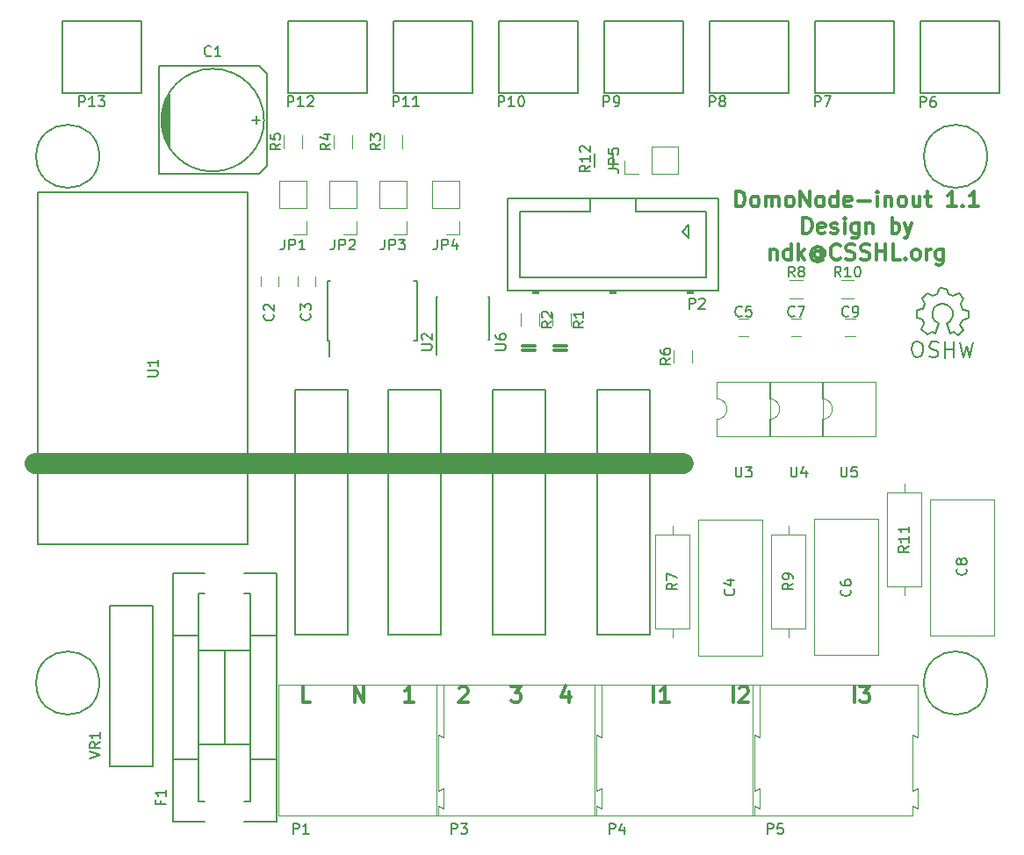
<source format=gto>
G04 #@! TF.FileFunction,Legend,Top*
%FSLAX46Y46*%
G04 Gerber Fmt 4.6, Leading zero omitted, Abs format (unit mm)*
G04 Created by KiCad (PCBNEW 4.0.5+dfsg1-4) date Tue Dec 12 22:09:06 2017*
%MOMM*%
%LPD*%
G01*
G04 APERTURE LIST*
%ADD10C,0.100000*%
%ADD11C,0.300000*%
%ADD12C,2.000000*%
%ADD13C,0.150000*%
%ADD14C,0.120000*%
G04 APERTURE END LIST*
D10*
D11*
X67119572Y-52470857D02*
X68262429Y-52470857D01*
X68262429Y-52899429D02*
X67119572Y-52899429D01*
X64071572Y-52470857D02*
X65214429Y-52470857D01*
X65214429Y-52899429D02*
X64071572Y-52899429D01*
X96008915Y-86835371D02*
X96008915Y-85335371D01*
X96580344Y-85335371D02*
X97508915Y-85335371D01*
X97008915Y-85906800D01*
X97223201Y-85906800D01*
X97366058Y-85978229D01*
X97437487Y-86049657D01*
X97508915Y-86192514D01*
X97508915Y-86549657D01*
X97437487Y-86692514D01*
X97366058Y-86763943D01*
X97223201Y-86835371D01*
X96794629Y-86835371D01*
X96651772Y-86763943D01*
X96580344Y-86692514D01*
X84324915Y-86835371D02*
X84324915Y-85335371D01*
X84967772Y-85478229D02*
X85039201Y-85406800D01*
X85182058Y-85335371D01*
X85539201Y-85335371D01*
X85682058Y-85406800D01*
X85753487Y-85478229D01*
X85824915Y-85621086D01*
X85824915Y-85763943D01*
X85753487Y-85978229D01*
X84896344Y-86835371D01*
X85824915Y-86835371D01*
X76654115Y-86784571D02*
X76654115Y-85284571D01*
X78154115Y-86784571D02*
X77296972Y-86784571D01*
X77725544Y-86784571D02*
X77725544Y-85284571D01*
X77582687Y-85498857D01*
X77439829Y-85641714D01*
X77296972Y-85713143D01*
D12*
X17018000Y-63754000D02*
X79500000Y-63754000D01*
D11*
X84623143Y-39022571D02*
X84623143Y-37522571D01*
X84980286Y-37522571D01*
X85194571Y-37594000D01*
X85337429Y-37736857D01*
X85408857Y-37879714D01*
X85480286Y-38165429D01*
X85480286Y-38379714D01*
X85408857Y-38665429D01*
X85337429Y-38808286D01*
X85194571Y-38951143D01*
X84980286Y-39022571D01*
X84623143Y-39022571D01*
X86337429Y-39022571D02*
X86194571Y-38951143D01*
X86123143Y-38879714D01*
X86051714Y-38736857D01*
X86051714Y-38308286D01*
X86123143Y-38165429D01*
X86194571Y-38094000D01*
X86337429Y-38022571D01*
X86551714Y-38022571D01*
X86694571Y-38094000D01*
X86766000Y-38165429D01*
X86837429Y-38308286D01*
X86837429Y-38736857D01*
X86766000Y-38879714D01*
X86694571Y-38951143D01*
X86551714Y-39022571D01*
X86337429Y-39022571D01*
X87480286Y-39022571D02*
X87480286Y-38022571D01*
X87480286Y-38165429D02*
X87551714Y-38094000D01*
X87694572Y-38022571D01*
X87908857Y-38022571D01*
X88051714Y-38094000D01*
X88123143Y-38236857D01*
X88123143Y-39022571D01*
X88123143Y-38236857D02*
X88194572Y-38094000D01*
X88337429Y-38022571D01*
X88551714Y-38022571D01*
X88694572Y-38094000D01*
X88766000Y-38236857D01*
X88766000Y-39022571D01*
X89694572Y-39022571D02*
X89551714Y-38951143D01*
X89480286Y-38879714D01*
X89408857Y-38736857D01*
X89408857Y-38308286D01*
X89480286Y-38165429D01*
X89551714Y-38094000D01*
X89694572Y-38022571D01*
X89908857Y-38022571D01*
X90051714Y-38094000D01*
X90123143Y-38165429D01*
X90194572Y-38308286D01*
X90194572Y-38736857D01*
X90123143Y-38879714D01*
X90051714Y-38951143D01*
X89908857Y-39022571D01*
X89694572Y-39022571D01*
X90837429Y-39022571D02*
X90837429Y-37522571D01*
X91694572Y-39022571D01*
X91694572Y-37522571D01*
X92623144Y-39022571D02*
X92480286Y-38951143D01*
X92408858Y-38879714D01*
X92337429Y-38736857D01*
X92337429Y-38308286D01*
X92408858Y-38165429D01*
X92480286Y-38094000D01*
X92623144Y-38022571D01*
X92837429Y-38022571D01*
X92980286Y-38094000D01*
X93051715Y-38165429D01*
X93123144Y-38308286D01*
X93123144Y-38736857D01*
X93051715Y-38879714D01*
X92980286Y-38951143D01*
X92837429Y-39022571D01*
X92623144Y-39022571D01*
X94408858Y-39022571D02*
X94408858Y-37522571D01*
X94408858Y-38951143D02*
X94266001Y-39022571D01*
X93980287Y-39022571D01*
X93837429Y-38951143D01*
X93766001Y-38879714D01*
X93694572Y-38736857D01*
X93694572Y-38308286D01*
X93766001Y-38165429D01*
X93837429Y-38094000D01*
X93980287Y-38022571D01*
X94266001Y-38022571D01*
X94408858Y-38094000D01*
X95694572Y-38951143D02*
X95551715Y-39022571D01*
X95266001Y-39022571D01*
X95123144Y-38951143D01*
X95051715Y-38808286D01*
X95051715Y-38236857D01*
X95123144Y-38094000D01*
X95266001Y-38022571D01*
X95551715Y-38022571D01*
X95694572Y-38094000D01*
X95766001Y-38236857D01*
X95766001Y-38379714D01*
X95051715Y-38522571D01*
X96408858Y-38451143D02*
X97551715Y-38451143D01*
X98266001Y-39022571D02*
X98266001Y-38022571D01*
X98266001Y-37522571D02*
X98194572Y-37594000D01*
X98266001Y-37665429D01*
X98337429Y-37594000D01*
X98266001Y-37522571D01*
X98266001Y-37665429D01*
X98980287Y-38022571D02*
X98980287Y-39022571D01*
X98980287Y-38165429D02*
X99051715Y-38094000D01*
X99194573Y-38022571D01*
X99408858Y-38022571D01*
X99551715Y-38094000D01*
X99623144Y-38236857D01*
X99623144Y-39022571D01*
X100551716Y-39022571D02*
X100408858Y-38951143D01*
X100337430Y-38879714D01*
X100266001Y-38736857D01*
X100266001Y-38308286D01*
X100337430Y-38165429D01*
X100408858Y-38094000D01*
X100551716Y-38022571D01*
X100766001Y-38022571D01*
X100908858Y-38094000D01*
X100980287Y-38165429D01*
X101051716Y-38308286D01*
X101051716Y-38736857D01*
X100980287Y-38879714D01*
X100908858Y-38951143D01*
X100766001Y-39022571D01*
X100551716Y-39022571D01*
X102337430Y-38022571D02*
X102337430Y-39022571D01*
X101694573Y-38022571D02*
X101694573Y-38808286D01*
X101766001Y-38951143D01*
X101908859Y-39022571D01*
X102123144Y-39022571D01*
X102266001Y-38951143D01*
X102337430Y-38879714D01*
X102837430Y-38022571D02*
X103408859Y-38022571D01*
X103051716Y-37522571D02*
X103051716Y-38808286D01*
X103123144Y-38951143D01*
X103266002Y-39022571D01*
X103408859Y-39022571D01*
X105837430Y-39022571D02*
X104980287Y-39022571D01*
X105408859Y-39022571D02*
X105408859Y-37522571D01*
X105266002Y-37736857D01*
X105123144Y-37879714D01*
X104980287Y-37951143D01*
X106480287Y-38879714D02*
X106551715Y-38951143D01*
X106480287Y-39022571D01*
X106408858Y-38951143D01*
X106480287Y-38879714D01*
X106480287Y-39022571D01*
X107980287Y-39022571D02*
X107123144Y-39022571D01*
X107551716Y-39022571D02*
X107551716Y-37522571D01*
X107408859Y-37736857D01*
X107266001Y-37879714D01*
X107123144Y-37951143D01*
X91087429Y-41572571D02*
X91087429Y-40072571D01*
X91444572Y-40072571D01*
X91658857Y-40144000D01*
X91801715Y-40286857D01*
X91873143Y-40429714D01*
X91944572Y-40715429D01*
X91944572Y-40929714D01*
X91873143Y-41215429D01*
X91801715Y-41358286D01*
X91658857Y-41501143D01*
X91444572Y-41572571D01*
X91087429Y-41572571D01*
X93158857Y-41501143D02*
X93016000Y-41572571D01*
X92730286Y-41572571D01*
X92587429Y-41501143D01*
X92516000Y-41358286D01*
X92516000Y-40786857D01*
X92587429Y-40644000D01*
X92730286Y-40572571D01*
X93016000Y-40572571D01*
X93158857Y-40644000D01*
X93230286Y-40786857D01*
X93230286Y-40929714D01*
X92516000Y-41072571D01*
X93801714Y-41501143D02*
X93944571Y-41572571D01*
X94230286Y-41572571D01*
X94373143Y-41501143D01*
X94444571Y-41358286D01*
X94444571Y-41286857D01*
X94373143Y-41144000D01*
X94230286Y-41072571D01*
X94016000Y-41072571D01*
X93873143Y-41001143D01*
X93801714Y-40858286D01*
X93801714Y-40786857D01*
X93873143Y-40644000D01*
X94016000Y-40572571D01*
X94230286Y-40572571D01*
X94373143Y-40644000D01*
X95087429Y-41572571D02*
X95087429Y-40572571D01*
X95087429Y-40072571D02*
X95016000Y-40144000D01*
X95087429Y-40215429D01*
X95158857Y-40144000D01*
X95087429Y-40072571D01*
X95087429Y-40215429D01*
X96444572Y-40572571D02*
X96444572Y-41786857D01*
X96373143Y-41929714D01*
X96301715Y-42001143D01*
X96158858Y-42072571D01*
X95944572Y-42072571D01*
X95801715Y-42001143D01*
X96444572Y-41501143D02*
X96301715Y-41572571D01*
X96016001Y-41572571D01*
X95873143Y-41501143D01*
X95801715Y-41429714D01*
X95730286Y-41286857D01*
X95730286Y-40858286D01*
X95801715Y-40715429D01*
X95873143Y-40644000D01*
X96016001Y-40572571D01*
X96301715Y-40572571D01*
X96444572Y-40644000D01*
X97158858Y-40572571D02*
X97158858Y-41572571D01*
X97158858Y-40715429D02*
X97230286Y-40644000D01*
X97373144Y-40572571D01*
X97587429Y-40572571D01*
X97730286Y-40644000D01*
X97801715Y-40786857D01*
X97801715Y-41572571D01*
X99658858Y-41572571D02*
X99658858Y-40072571D01*
X99658858Y-40644000D02*
X99801715Y-40572571D01*
X100087429Y-40572571D01*
X100230286Y-40644000D01*
X100301715Y-40715429D01*
X100373144Y-40858286D01*
X100373144Y-41286857D01*
X100301715Y-41429714D01*
X100230286Y-41501143D01*
X100087429Y-41572571D01*
X99801715Y-41572571D01*
X99658858Y-41501143D01*
X100873144Y-40572571D02*
X101230287Y-41572571D01*
X101587429Y-40572571D02*
X101230287Y-41572571D01*
X101087429Y-41929714D01*
X101016001Y-42001143D01*
X100873144Y-42072571D01*
X87944572Y-43122571D02*
X87944572Y-44122571D01*
X87944572Y-43265429D02*
X88016000Y-43194000D01*
X88158858Y-43122571D01*
X88373143Y-43122571D01*
X88516000Y-43194000D01*
X88587429Y-43336857D01*
X88587429Y-44122571D01*
X89944572Y-44122571D02*
X89944572Y-42622571D01*
X89944572Y-44051143D02*
X89801715Y-44122571D01*
X89516001Y-44122571D01*
X89373143Y-44051143D01*
X89301715Y-43979714D01*
X89230286Y-43836857D01*
X89230286Y-43408286D01*
X89301715Y-43265429D01*
X89373143Y-43194000D01*
X89516001Y-43122571D01*
X89801715Y-43122571D01*
X89944572Y-43194000D01*
X90658858Y-44122571D02*
X90658858Y-42622571D01*
X90801715Y-43551143D02*
X91230286Y-44122571D01*
X91230286Y-43122571D02*
X90658858Y-43694000D01*
X92801715Y-43408286D02*
X92730287Y-43336857D01*
X92587430Y-43265429D01*
X92444572Y-43265429D01*
X92301715Y-43336857D01*
X92230287Y-43408286D01*
X92158858Y-43551143D01*
X92158858Y-43694000D01*
X92230287Y-43836857D01*
X92301715Y-43908286D01*
X92444572Y-43979714D01*
X92587430Y-43979714D01*
X92730287Y-43908286D01*
X92801715Y-43836857D01*
X92801715Y-43265429D02*
X92801715Y-43836857D01*
X92873144Y-43908286D01*
X92944572Y-43908286D01*
X93087430Y-43836857D01*
X93158858Y-43694000D01*
X93158858Y-43336857D01*
X93016001Y-43122571D01*
X92801715Y-42979714D01*
X92516001Y-42908286D01*
X92230287Y-42979714D01*
X92016001Y-43122571D01*
X91873144Y-43336857D01*
X91801715Y-43622571D01*
X91873144Y-43908286D01*
X92016001Y-44122571D01*
X92230287Y-44265429D01*
X92516001Y-44336857D01*
X92801715Y-44265429D01*
X93016001Y-44122571D01*
X94658858Y-43979714D02*
X94587429Y-44051143D01*
X94373143Y-44122571D01*
X94230286Y-44122571D01*
X94016001Y-44051143D01*
X93873143Y-43908286D01*
X93801715Y-43765429D01*
X93730286Y-43479714D01*
X93730286Y-43265429D01*
X93801715Y-42979714D01*
X93873143Y-42836857D01*
X94016001Y-42694000D01*
X94230286Y-42622571D01*
X94373143Y-42622571D01*
X94587429Y-42694000D01*
X94658858Y-42765429D01*
X95230286Y-44051143D02*
X95444572Y-44122571D01*
X95801715Y-44122571D01*
X95944572Y-44051143D01*
X96016001Y-43979714D01*
X96087429Y-43836857D01*
X96087429Y-43694000D01*
X96016001Y-43551143D01*
X95944572Y-43479714D01*
X95801715Y-43408286D01*
X95516001Y-43336857D01*
X95373143Y-43265429D01*
X95301715Y-43194000D01*
X95230286Y-43051143D01*
X95230286Y-42908286D01*
X95301715Y-42765429D01*
X95373143Y-42694000D01*
X95516001Y-42622571D01*
X95873143Y-42622571D01*
X96087429Y-42694000D01*
X96658857Y-44051143D02*
X96873143Y-44122571D01*
X97230286Y-44122571D01*
X97373143Y-44051143D01*
X97444572Y-43979714D01*
X97516000Y-43836857D01*
X97516000Y-43694000D01*
X97444572Y-43551143D01*
X97373143Y-43479714D01*
X97230286Y-43408286D01*
X96944572Y-43336857D01*
X96801714Y-43265429D01*
X96730286Y-43194000D01*
X96658857Y-43051143D01*
X96658857Y-42908286D01*
X96730286Y-42765429D01*
X96801714Y-42694000D01*
X96944572Y-42622571D01*
X97301714Y-42622571D01*
X97516000Y-42694000D01*
X98158857Y-44122571D02*
X98158857Y-42622571D01*
X98158857Y-43336857D02*
X99016000Y-43336857D01*
X99016000Y-44122571D02*
X99016000Y-42622571D01*
X100444572Y-44122571D02*
X99730286Y-44122571D01*
X99730286Y-42622571D01*
X100944572Y-43979714D02*
X101016000Y-44051143D01*
X100944572Y-44122571D01*
X100873143Y-44051143D01*
X100944572Y-43979714D01*
X100944572Y-44122571D01*
X101873144Y-44122571D02*
X101730286Y-44051143D01*
X101658858Y-43979714D01*
X101587429Y-43836857D01*
X101587429Y-43408286D01*
X101658858Y-43265429D01*
X101730286Y-43194000D01*
X101873144Y-43122571D01*
X102087429Y-43122571D01*
X102230286Y-43194000D01*
X102301715Y-43265429D01*
X102373144Y-43408286D01*
X102373144Y-43836857D01*
X102301715Y-43979714D01*
X102230286Y-44051143D01*
X102087429Y-44122571D01*
X101873144Y-44122571D01*
X103016001Y-44122571D02*
X103016001Y-43122571D01*
X103016001Y-43408286D02*
X103087429Y-43265429D01*
X103158858Y-43194000D01*
X103301715Y-43122571D01*
X103444572Y-43122571D01*
X104587429Y-43122571D02*
X104587429Y-44336857D01*
X104516000Y-44479714D01*
X104444572Y-44551143D01*
X104301715Y-44622571D01*
X104087429Y-44622571D01*
X103944572Y-44551143D01*
X104587429Y-44051143D02*
X104444572Y-44122571D01*
X104158858Y-44122571D01*
X104016000Y-44051143D01*
X103944572Y-43979714D01*
X103873143Y-43836857D01*
X103873143Y-43408286D01*
X103944572Y-43265429D01*
X104016000Y-43194000D01*
X104158858Y-43122571D01*
X104444572Y-43122571D01*
X104587429Y-43194000D01*
X53565372Y-86784571D02*
X52708229Y-86784571D01*
X53136801Y-86784571D02*
X53136801Y-85284571D01*
X52993944Y-85498857D01*
X52851086Y-85641714D01*
X52708229Y-85713143D01*
X57940629Y-85478229D02*
X58012058Y-85406800D01*
X58154915Y-85335371D01*
X58512058Y-85335371D01*
X58654915Y-85406800D01*
X58726344Y-85478229D01*
X58797772Y-85621086D01*
X58797772Y-85763943D01*
X58726344Y-85978229D01*
X57869201Y-86835371D01*
X58797772Y-86835371D01*
X62949201Y-85284571D02*
X63877772Y-85284571D01*
X63377772Y-85856000D01*
X63592058Y-85856000D01*
X63734915Y-85927429D01*
X63806344Y-85998857D01*
X63877772Y-86141714D01*
X63877772Y-86498857D01*
X63806344Y-86641714D01*
X63734915Y-86713143D01*
X63592058Y-86784571D01*
X63163486Y-86784571D01*
X63020629Y-86713143D01*
X62949201Y-86641714D01*
X68510115Y-85784571D02*
X68510115Y-86784571D01*
X68152972Y-85213143D02*
X67795829Y-86284571D01*
X68724401Y-86284571D01*
X43593486Y-86784571D02*
X42879200Y-86784571D01*
X42879200Y-85284571D01*
X47831429Y-86835371D02*
X47831429Y-85335371D01*
X48688572Y-86835371D01*
X48688572Y-85335371D01*
D13*
X17332000Y-71610000D02*
X37532000Y-71610000D01*
X17332000Y-37610000D02*
X17332000Y-71610000D01*
X17532000Y-37610000D02*
X17332000Y-37610000D01*
X37532000Y-37610000D02*
X17532000Y-37610000D01*
X37532000Y-71610000D02*
X37532000Y-37610000D01*
X71882000Y-28067000D02*
X79502000Y-28067000D01*
X79502000Y-28067000D02*
X79502000Y-21082000D01*
X79502000Y-21082000D02*
X71882000Y-21082000D01*
X71882000Y-21082000D02*
X71882000Y-28067000D01*
X19685000Y-28067000D02*
X27305000Y-28067000D01*
X27305000Y-28067000D02*
X27305000Y-21082000D01*
X27305000Y-21082000D02*
X19685000Y-21082000D01*
X19685000Y-21082000D02*
X19685000Y-28067000D01*
X82921000Y-38202000D02*
X82921000Y-47142000D01*
X82921000Y-47142000D02*
X62621000Y-47142000D01*
X62621000Y-47142000D02*
X62621000Y-38202000D01*
X62621000Y-38202000D02*
X82921000Y-38202000D01*
X74996000Y-38202000D02*
X74996000Y-39502000D01*
X74996000Y-39502000D02*
X81721000Y-39502000D01*
X81721000Y-39502000D02*
X81721000Y-45842000D01*
X81721000Y-45842000D02*
X63821000Y-45842000D01*
X63821000Y-45842000D02*
X63821000Y-39502000D01*
X63821000Y-39502000D02*
X70546000Y-39502000D01*
X70546000Y-39502000D02*
X70546000Y-38202000D01*
X73021000Y-47142000D02*
X73021000Y-47342000D01*
X73021000Y-47342000D02*
X72521000Y-47342000D01*
X72521000Y-47342000D02*
X72521000Y-47142000D01*
X73021000Y-47242000D02*
X72521000Y-47242000D01*
X65541000Y-47142000D02*
X65541000Y-47342000D01*
X65541000Y-47342000D02*
X65041000Y-47342000D01*
X65041000Y-47342000D02*
X65041000Y-47142000D01*
X65541000Y-47242000D02*
X65041000Y-47242000D01*
X80501000Y-47142000D02*
X80501000Y-47342000D01*
X80501000Y-47342000D02*
X80001000Y-47342000D01*
X80001000Y-47342000D02*
X80001000Y-47142000D01*
X80501000Y-47242000D02*
X80001000Y-47242000D01*
X80051000Y-40802000D02*
X80051000Y-42002000D01*
X80051000Y-42002000D02*
X79451000Y-41402000D01*
X79451000Y-41402000D02*
X80051000Y-40802000D01*
X32806640Y-92359480D02*
X30304740Y-92359480D01*
X40307260Y-92359480D02*
X37805360Y-92359480D01*
X40307260Y-80360520D02*
X37805360Y-80360520D01*
X30304740Y-80360520D02*
X32806640Y-80360520D01*
X35306000Y-90860880D02*
X35306000Y-81859120D01*
X32806640Y-90860880D02*
X37805360Y-90860880D01*
X32806640Y-81859120D02*
X37805360Y-81859120D01*
X33406080Y-76360020D02*
X32806640Y-76360020D01*
X37205920Y-96359980D02*
X37805360Y-96359980D01*
X37805360Y-96359980D02*
X37805360Y-76360020D01*
X37805360Y-76360020D02*
X37205920Y-76360020D01*
X32806640Y-76360020D02*
X32806640Y-96359980D01*
X32806640Y-96359980D02*
X33406080Y-96359980D01*
X33406080Y-74361040D02*
X30304740Y-74361040D01*
X37205920Y-98358960D02*
X40307260Y-98358960D01*
X40307260Y-98358960D02*
X40307260Y-74361040D01*
X40307260Y-74361040D02*
X37205920Y-74361040D01*
X30304740Y-74361040D02*
X30304740Y-98358960D01*
X30304740Y-98358960D02*
X33406080Y-98358960D01*
X24228000Y-77534000D02*
X24228000Y-93034000D01*
X28428000Y-77534000D02*
X28428000Y-93034000D01*
X28428000Y-93034000D02*
X24228000Y-93034000D01*
X28428000Y-77534000D02*
X24228000Y-77534000D01*
X29337000Y-31686500D02*
X29337000Y-29654500D01*
X29464000Y-29273500D02*
X29464000Y-32194500D01*
X29591000Y-32448500D02*
X29591000Y-28892500D01*
X29718000Y-28511500D02*
X29718000Y-32829500D01*
X29845000Y-33083500D02*
X29845000Y-28257500D01*
X29972000Y-28130500D02*
X29972000Y-33210500D01*
X28956000Y-25463500D02*
X28956000Y-35877500D01*
X28956000Y-35877500D02*
X38608000Y-35877500D01*
X38608000Y-35877500D02*
X39370000Y-35115500D01*
X39370000Y-35115500D02*
X39370000Y-26225500D01*
X39370000Y-26225500D02*
X38608000Y-25463500D01*
X38608000Y-25463500D02*
X28956000Y-25463500D01*
X38735000Y-30670500D02*
X37973000Y-30670500D01*
X38354000Y-30289500D02*
X38354000Y-31051500D01*
X39116000Y-30670500D02*
G75*
G03X39116000Y-30670500I-4953000J0D01*
G01*
D14*
X40474000Y-46728000D02*
X40474000Y-45728000D01*
X38774000Y-45728000D02*
X38774000Y-46728000D01*
X44030000Y-46728000D02*
X44030000Y-45728000D01*
X42330000Y-45728000D02*
X42330000Y-46728000D01*
X68698000Y-49311000D02*
X68698000Y-50511000D01*
X66938000Y-50511000D02*
X66938000Y-49311000D01*
X65650000Y-49311000D02*
X65650000Y-50511000D01*
X63890000Y-50511000D02*
X63890000Y-49311000D01*
X52442000Y-32166000D02*
X52442000Y-33366000D01*
X50682000Y-33366000D02*
X50682000Y-32166000D01*
X47616000Y-32166000D02*
X47616000Y-33366000D01*
X45856000Y-33366000D02*
X45856000Y-32166000D01*
X42790000Y-32166000D02*
X42790000Y-33366000D01*
X41030000Y-33366000D02*
X41030000Y-32166000D01*
D13*
X45205000Y-51897000D02*
X45430000Y-51897000D01*
X45205000Y-46147000D02*
X45505000Y-46147000D01*
X53855000Y-46147000D02*
X53555000Y-46147000D01*
X53855000Y-51897000D02*
X53555000Y-51897000D01*
X45205000Y-51897000D02*
X45205000Y-46147000D01*
X53855000Y-51897000D02*
X53855000Y-46147000D01*
X45430000Y-51897000D02*
X45430000Y-53497000D01*
D14*
X85844000Y-49823000D02*
X84844000Y-49823000D01*
X84844000Y-51523000D02*
X85844000Y-51523000D01*
X90924000Y-49823000D02*
X89924000Y-49823000D01*
X89924000Y-51523000D02*
X90924000Y-51523000D01*
X96131000Y-49823000D02*
X95131000Y-49823000D01*
X95131000Y-51523000D02*
X96131000Y-51523000D01*
X80382000Y-52867000D02*
X80382000Y-54067000D01*
X78622000Y-54067000D02*
X78622000Y-52867000D01*
X80146000Y-70624000D02*
X76826000Y-70624000D01*
X76826000Y-70624000D02*
X76826000Y-79744000D01*
X76826000Y-79744000D02*
X80146000Y-79744000D01*
X80146000Y-79744000D02*
X80146000Y-70624000D01*
X78486000Y-69814000D02*
X78486000Y-70624000D01*
X78486000Y-80554000D02*
X78486000Y-79744000D01*
X89824000Y-46110000D02*
X91024000Y-46110000D01*
X91024000Y-47870000D02*
X89824000Y-47870000D01*
X91322000Y-70624000D02*
X88002000Y-70624000D01*
X88002000Y-70624000D02*
X88002000Y-79744000D01*
X88002000Y-79744000D02*
X91322000Y-79744000D01*
X91322000Y-79744000D02*
X91322000Y-70624000D01*
X89662000Y-69814000D02*
X89662000Y-70624000D01*
X89662000Y-80554000D02*
X89662000Y-79744000D01*
X95977000Y-47870000D02*
X94777000Y-47870000D01*
X94777000Y-46110000D02*
X95977000Y-46110000D01*
X102498000Y-66560000D02*
X99178000Y-66560000D01*
X99178000Y-66560000D02*
X99178000Y-75680000D01*
X99178000Y-75680000D02*
X102498000Y-75680000D01*
X102498000Y-75680000D02*
X102498000Y-66560000D01*
X100838000Y-65750000D02*
X100838000Y-66560000D01*
X100838000Y-76490000D02*
X100838000Y-75680000D01*
X82744000Y-57547000D02*
G75*
G02X82744000Y-59547000I0J-1000000D01*
G01*
X82744000Y-59547000D02*
X82744000Y-61197000D01*
X82744000Y-61197000D02*
X87944000Y-61197000D01*
X87944000Y-61197000D02*
X87944000Y-55897000D01*
X87944000Y-55897000D02*
X82744000Y-55897000D01*
X82744000Y-55897000D02*
X82744000Y-57547000D01*
X87824000Y-57547000D02*
G75*
G02X87824000Y-59547000I0J-1000000D01*
G01*
X87824000Y-59547000D02*
X87824000Y-61197000D01*
X87824000Y-61197000D02*
X93024000Y-61197000D01*
X93024000Y-61197000D02*
X93024000Y-55897000D01*
X93024000Y-55897000D02*
X87824000Y-55897000D01*
X87824000Y-55897000D02*
X87824000Y-57547000D01*
X92904000Y-57547000D02*
G75*
G02X92904000Y-59547000I0J-1000000D01*
G01*
X92904000Y-59547000D02*
X92904000Y-61197000D01*
X92904000Y-61197000D02*
X98104000Y-61197000D01*
X98104000Y-61197000D02*
X98104000Y-55897000D01*
X98104000Y-55897000D02*
X92904000Y-55897000D01*
X92904000Y-55897000D02*
X92904000Y-57547000D01*
D13*
X102362000Y-28067000D02*
X109982000Y-28067000D01*
X109982000Y-28067000D02*
X109982000Y-21082000D01*
X109982000Y-21082000D02*
X102362000Y-21082000D01*
X102362000Y-21082000D02*
X102362000Y-28067000D01*
X92202000Y-28067000D02*
X99822000Y-28067000D01*
X99822000Y-28067000D02*
X99822000Y-21082000D01*
X99822000Y-21082000D02*
X92202000Y-21082000D01*
X92202000Y-21082000D02*
X92202000Y-28067000D01*
X82042000Y-28067000D02*
X89662000Y-28067000D01*
X89662000Y-28067000D02*
X89662000Y-21082000D01*
X89662000Y-21082000D02*
X82042000Y-21082000D01*
X82042000Y-21082000D02*
X82042000Y-28067000D01*
X61722000Y-28067000D02*
X69342000Y-28067000D01*
X69342000Y-28067000D02*
X69342000Y-21082000D01*
X69342000Y-21082000D02*
X61722000Y-21082000D01*
X61722000Y-21082000D02*
X61722000Y-28067000D01*
X51562000Y-28067000D02*
X59182000Y-28067000D01*
X59182000Y-28067000D02*
X59182000Y-21082000D01*
X59182000Y-21082000D02*
X51562000Y-21082000D01*
X51562000Y-21082000D02*
X51562000Y-28067000D01*
X41402000Y-28067000D02*
X49022000Y-28067000D01*
X49022000Y-28067000D02*
X49022000Y-21082000D01*
X49022000Y-21082000D02*
X41402000Y-21082000D01*
X41402000Y-21082000D02*
X41402000Y-28067000D01*
D14*
X43240000Y-36516000D02*
X40580000Y-36516000D01*
X43240000Y-39116000D02*
X43240000Y-36516000D01*
X40580000Y-39116000D02*
X40580000Y-36516000D01*
X43240000Y-39116000D02*
X40580000Y-39116000D01*
X43240000Y-40386000D02*
X43240000Y-41716000D01*
X43240000Y-41716000D02*
X41910000Y-41716000D01*
X48066000Y-36516000D02*
X45406000Y-36516000D01*
X48066000Y-39116000D02*
X48066000Y-36516000D01*
X45406000Y-39116000D02*
X45406000Y-36516000D01*
X48066000Y-39116000D02*
X45406000Y-39116000D01*
X48066000Y-40386000D02*
X48066000Y-41716000D01*
X48066000Y-41716000D02*
X46736000Y-41716000D01*
X52892000Y-36516000D02*
X50232000Y-36516000D01*
X52892000Y-39116000D02*
X52892000Y-36516000D01*
X50232000Y-39116000D02*
X50232000Y-36516000D01*
X52892000Y-39116000D02*
X50232000Y-39116000D01*
X52892000Y-40386000D02*
X52892000Y-41716000D01*
X52892000Y-41716000D02*
X51562000Y-41716000D01*
X57972000Y-36516000D02*
X55312000Y-36516000D01*
X57972000Y-39116000D02*
X57972000Y-36516000D01*
X55312000Y-39116000D02*
X55312000Y-36516000D01*
X57972000Y-39116000D02*
X55312000Y-39116000D01*
X57972000Y-40386000D02*
X57972000Y-41716000D01*
X57972000Y-41716000D02*
X56642000Y-41716000D01*
D13*
X55718000Y-51859000D02*
X55768000Y-51859000D01*
X55718000Y-47709000D02*
X55863000Y-47709000D01*
X60868000Y-47709000D02*
X60723000Y-47709000D01*
X60868000Y-51859000D02*
X60723000Y-51859000D01*
X55718000Y-51859000D02*
X55718000Y-47709000D01*
X60868000Y-51859000D02*
X60868000Y-47709000D01*
X55768000Y-51859000D02*
X55768000Y-53259000D01*
X71221600Y-56642000D02*
X71221600Y-57150000D01*
X76301600Y-56642000D02*
X76301600Y-57150000D01*
X71221600Y-80010000D02*
X71221600Y-80264000D01*
X76301600Y-80010000D02*
X76301600Y-80264000D01*
X76301600Y-57150000D02*
X76301600Y-80010000D01*
X76301600Y-80264000D02*
X71221600Y-80264000D01*
X71221600Y-80010000D02*
X71221600Y-57150000D01*
X71221600Y-56642000D02*
X76301600Y-56642000D01*
X51104800Y-56642000D02*
X51104800Y-57150000D01*
X56184800Y-56642000D02*
X56184800Y-57150000D01*
X51104800Y-80010000D02*
X51104800Y-80264000D01*
X56184800Y-80010000D02*
X56184800Y-80264000D01*
X56184800Y-57150000D02*
X56184800Y-80010000D01*
X56184800Y-80264000D02*
X51104800Y-80264000D01*
X51104800Y-80010000D02*
X51104800Y-57150000D01*
X51104800Y-56642000D02*
X56184800Y-56642000D01*
X42113200Y-56642000D02*
X42113200Y-57150000D01*
X47193200Y-56642000D02*
X47193200Y-57150000D01*
X42113200Y-80010000D02*
X42113200Y-80264000D01*
X47193200Y-80010000D02*
X47193200Y-80264000D01*
X47193200Y-57150000D02*
X47193200Y-80010000D01*
X47193200Y-80264000D02*
X42113200Y-80264000D01*
X42113200Y-80010000D02*
X42113200Y-57150000D01*
X42113200Y-56642000D02*
X47193200Y-56642000D01*
X61163200Y-56642000D02*
X61163200Y-57150000D01*
X66243200Y-56642000D02*
X66243200Y-57150000D01*
X61163200Y-80010000D02*
X61163200Y-80264000D01*
X66243200Y-80010000D02*
X66243200Y-80264000D01*
X66243200Y-57150000D02*
X66243200Y-80010000D01*
X66243200Y-80264000D02*
X61163200Y-80264000D01*
X61163200Y-80010000D02*
X61163200Y-57150000D01*
X61163200Y-56642000D02*
X66243200Y-56642000D01*
D14*
X109486000Y-67274000D02*
X109486000Y-80394000D01*
X103366000Y-67274000D02*
X103366000Y-80394000D01*
X109486000Y-67274000D02*
X103366000Y-67274000D01*
X109486000Y-80394000D02*
X103366000Y-80394000D01*
X98310000Y-69153600D02*
X98310000Y-82273600D01*
X92190000Y-69153600D02*
X92190000Y-82273600D01*
X98310000Y-69153600D02*
X92190000Y-69153600D01*
X98310000Y-82273600D02*
X92190000Y-82273600D01*
X87134000Y-69204400D02*
X87134000Y-82324400D01*
X81014000Y-69204400D02*
X81014000Y-82324400D01*
X87134000Y-69204400D02*
X81014000Y-69204400D01*
X87134000Y-82324400D02*
X81014000Y-82324400D01*
X40530000Y-85140000D02*
X40530000Y-97740000D01*
X40530000Y-97740000D02*
X55930000Y-97740000D01*
X55930000Y-97740000D02*
X55930000Y-96790000D01*
X55930000Y-96790000D02*
X56430000Y-97090000D01*
X56430000Y-97090000D02*
X56430000Y-95090000D01*
X56430000Y-95090000D02*
X55930000Y-95340000D01*
X55930000Y-95340000D02*
X55930000Y-89940000D01*
X55930000Y-89940000D02*
X56430000Y-90190000D01*
X56430000Y-90190000D02*
X56430000Y-85140000D01*
X56430000Y-85140000D02*
X40530000Y-85140000D01*
X55770000Y-85140000D02*
X55770000Y-97740000D01*
X55770000Y-97740000D02*
X71170000Y-97740000D01*
X71170000Y-97740000D02*
X71170000Y-96790000D01*
X71170000Y-96790000D02*
X71670000Y-97090000D01*
X71670000Y-97090000D02*
X71670000Y-95090000D01*
X71670000Y-95090000D02*
X71170000Y-95340000D01*
X71170000Y-95340000D02*
X71170000Y-89940000D01*
X71170000Y-89940000D02*
X71670000Y-90190000D01*
X71670000Y-90190000D02*
X71670000Y-85140000D01*
X71670000Y-85140000D02*
X55770000Y-85140000D01*
X71010000Y-85140000D02*
X71010000Y-97740000D01*
X71010000Y-97740000D02*
X86410000Y-97740000D01*
X86410000Y-97740000D02*
X86410000Y-96790000D01*
X86410000Y-96790000D02*
X86910000Y-97090000D01*
X86910000Y-97090000D02*
X86910000Y-95090000D01*
X86910000Y-95090000D02*
X86410000Y-95340000D01*
X86410000Y-95340000D02*
X86410000Y-89940000D01*
X86410000Y-89940000D02*
X86910000Y-90190000D01*
X86910000Y-90190000D02*
X86910000Y-85140000D01*
X86910000Y-85140000D02*
X71010000Y-85140000D01*
X86250000Y-85140000D02*
X86250000Y-97740000D01*
X86250000Y-97740000D02*
X101650000Y-97740000D01*
X101650000Y-97740000D02*
X101650000Y-96790000D01*
X101650000Y-96790000D02*
X102150000Y-97090000D01*
X102150000Y-97090000D02*
X102150000Y-95090000D01*
X102150000Y-95090000D02*
X101650000Y-95340000D01*
X101650000Y-95340000D02*
X101650000Y-89940000D01*
X101650000Y-89940000D02*
X102150000Y-90190000D01*
X102150000Y-90190000D02*
X102150000Y-85140000D01*
X102150000Y-85140000D02*
X86250000Y-85140000D01*
D13*
X106215180Y-52067460D02*
X106575860Y-53538120D01*
X106575860Y-53538120D02*
X106855260Y-52476400D01*
X106855260Y-52476400D02*
X107165140Y-53548280D01*
X107165140Y-53548280D02*
X107505500Y-52097940D01*
X104795320Y-52758340D02*
X105585260Y-52748180D01*
X105585260Y-52748180D02*
X105595420Y-52758340D01*
X105595420Y-52758340D02*
X105595420Y-52748180D01*
X105636060Y-52036980D02*
X105636060Y-53578760D01*
X104747060Y-52026820D02*
X104747060Y-53596540D01*
X104747060Y-53596540D02*
X104757220Y-53586380D01*
X104195880Y-52128420D02*
X103845360Y-52047140D01*
X103845360Y-52047140D02*
X103525320Y-52036980D01*
X103525320Y-52036980D02*
X103286560Y-52237640D01*
X103286560Y-52237640D02*
X103256080Y-52506880D01*
X103256080Y-52506880D02*
X103497380Y-52748180D01*
X103497380Y-52748180D02*
X103886000Y-52877720D01*
X103886000Y-52877720D02*
X104066340Y-53037740D01*
X104066340Y-53037740D02*
X104106980Y-53337460D01*
X104106980Y-53337460D02*
X103875840Y-53558440D01*
X103875840Y-53558440D02*
X103555800Y-53586380D01*
X103555800Y-53586380D02*
X103205280Y-53477160D01*
X102166420Y-52026820D02*
X101917500Y-52047140D01*
X101917500Y-52047140D02*
X101676200Y-52288440D01*
X101676200Y-52288440D02*
X101587300Y-52778660D01*
X101587300Y-52778660D02*
X101615240Y-53126640D01*
X101615240Y-53126640D02*
X101815900Y-53446680D01*
X101815900Y-53446680D02*
X102067360Y-53568600D01*
X102067360Y-53568600D02*
X102377240Y-53497480D01*
X102377240Y-53497480D02*
X102595680Y-53317140D01*
X102595680Y-53317140D02*
X102666800Y-52857400D01*
X102666800Y-52857400D02*
X102616000Y-52448460D01*
X102616000Y-52448460D02*
X102506780Y-52166520D01*
X102506780Y-52166520D02*
X102146100Y-52036980D01*
X102765860Y-50307240D02*
X102506780Y-50868580D01*
X102506780Y-50868580D02*
X103045260Y-51386740D01*
X103045260Y-51386740D02*
X103565960Y-51117500D01*
X103565960Y-51117500D02*
X103845360Y-51277520D01*
X105285540Y-51257200D02*
X105615740Y-51066700D01*
X105615740Y-51066700D02*
X106055160Y-51396900D01*
X106055160Y-51396900D02*
X106527600Y-50906680D01*
X106527600Y-50906680D02*
X106245660Y-50426620D01*
X106245660Y-50426620D02*
X106436160Y-49956720D01*
X106436160Y-49956720D02*
X107045760Y-49768760D01*
X107045760Y-49768760D02*
X107045760Y-49088040D01*
X107045760Y-49088040D02*
X106486960Y-48948340D01*
X106486960Y-48948340D02*
X106286300Y-48376840D01*
X106286300Y-48376840D02*
X106555540Y-47906940D01*
X106555540Y-47906940D02*
X106085640Y-47396400D01*
X106085640Y-47396400D02*
X105567480Y-47658020D01*
X105567480Y-47658020D02*
X105097580Y-47457360D01*
X105097580Y-47457360D02*
X104927400Y-46916340D01*
X104927400Y-46916340D02*
X104236520Y-46898560D01*
X104236520Y-46898560D02*
X104025700Y-47447200D01*
X104025700Y-47447200D02*
X103606600Y-47617380D01*
X103606600Y-47617380D02*
X103055420Y-47348140D01*
X103055420Y-47348140D02*
X102537260Y-47876460D01*
X102537260Y-47876460D02*
X102786180Y-48417480D01*
X102786180Y-48417480D02*
X102616000Y-48897540D01*
X102616000Y-48897540D02*
X102067360Y-48996600D01*
X102067360Y-48996600D02*
X102057200Y-49697640D01*
X102057200Y-49697640D02*
X102616000Y-49898300D01*
X102616000Y-49898300D02*
X102755700Y-50297080D01*
X104896920Y-50276760D02*
X105196640Y-50126900D01*
X105196640Y-50126900D02*
X105397300Y-49928780D01*
X105397300Y-49928780D02*
X105547160Y-49527460D01*
X105547160Y-49527460D02*
X105547160Y-49128680D01*
X105547160Y-49128680D02*
X105397300Y-48778160D01*
X105397300Y-48778160D02*
X104945180Y-48427640D01*
X104945180Y-48427640D02*
X104495600Y-48376840D01*
X104495600Y-48376840D02*
X104096820Y-48478440D01*
X104096820Y-48478440D02*
X103695500Y-48826420D01*
X103695500Y-48826420D02*
X103545640Y-49278540D01*
X103545640Y-49278540D02*
X103596440Y-49776380D01*
X103596440Y-49776380D02*
X103845360Y-50078640D01*
X103845360Y-50078640D02*
X104195880Y-50276760D01*
X104195880Y-50276760D02*
X103845360Y-51277520D01*
X104896920Y-50276760D02*
X105295700Y-51277520D01*
X71007000Y-35144000D02*
X71007000Y-33944000D01*
X72757000Y-33944000D02*
X72757000Y-35144000D01*
X23241000Y-84963000D02*
G75*
G03X23241000Y-84963000I-3048000J0D01*
G01*
X108841645Y-84963000D02*
G75*
G03X108841645Y-84963000I-3050645J0D01*
G01*
X108839000Y-34163000D02*
G75*
G03X108839000Y-34163000I-3048000J0D01*
G01*
X23241000Y-34163000D02*
G75*
G03X23241000Y-34163000I-3048000J0D01*
G01*
D14*
X79054000Y-35874000D02*
X79054000Y-33214000D01*
X76454000Y-35874000D02*
X79054000Y-35874000D01*
X76454000Y-33214000D02*
X79054000Y-33214000D01*
X76454000Y-35874000D02*
X76454000Y-33214000D01*
X75184000Y-35874000D02*
X73854000Y-35874000D01*
X73854000Y-35874000D02*
X73854000Y-34544000D01*
D13*
X27884381Y-55371905D02*
X28693905Y-55371905D01*
X28789143Y-55324286D01*
X28836762Y-55276667D01*
X28884381Y-55181429D01*
X28884381Y-54990952D01*
X28836762Y-54895714D01*
X28789143Y-54848095D01*
X28693905Y-54800476D01*
X27884381Y-54800476D01*
X28884381Y-53800476D02*
X28884381Y-54371905D01*
X28884381Y-54086191D02*
X27884381Y-54086191D01*
X28027238Y-54181429D01*
X28122476Y-54276667D01*
X28170095Y-54371905D01*
X71855105Y-29357581D02*
X71855105Y-28357581D01*
X72236058Y-28357581D01*
X72331296Y-28405200D01*
X72378915Y-28452819D01*
X72426534Y-28548057D01*
X72426534Y-28690914D01*
X72378915Y-28786152D01*
X72331296Y-28833771D01*
X72236058Y-28881390D01*
X71855105Y-28881390D01*
X72902724Y-29357581D02*
X73093200Y-29357581D01*
X73188439Y-29309962D01*
X73236058Y-29262343D01*
X73331296Y-29119486D01*
X73378915Y-28929010D01*
X73378915Y-28548057D01*
X73331296Y-28452819D01*
X73283677Y-28405200D01*
X73188439Y-28357581D01*
X72997962Y-28357581D01*
X72902724Y-28405200D01*
X72855105Y-28452819D01*
X72807486Y-28548057D01*
X72807486Y-28786152D01*
X72855105Y-28881390D01*
X72902724Y-28929010D01*
X72997962Y-28976629D01*
X73188439Y-28976629D01*
X73283677Y-28929010D01*
X73331296Y-28881390D01*
X73378915Y-28786152D01*
X21290114Y-29357581D02*
X21290114Y-28357581D01*
X21671067Y-28357581D01*
X21766305Y-28405200D01*
X21813924Y-28452819D01*
X21861543Y-28548057D01*
X21861543Y-28690914D01*
X21813924Y-28786152D01*
X21766305Y-28833771D01*
X21671067Y-28881390D01*
X21290114Y-28881390D01*
X22813924Y-29357581D02*
X22242495Y-29357581D01*
X22528209Y-29357581D02*
X22528209Y-28357581D01*
X22432971Y-28500438D01*
X22337733Y-28595676D01*
X22242495Y-28643295D01*
X23147257Y-28357581D02*
X23766305Y-28357581D01*
X23432971Y-28738533D01*
X23575829Y-28738533D01*
X23671067Y-28786152D01*
X23718686Y-28833771D01*
X23766305Y-28929010D01*
X23766305Y-29167105D01*
X23718686Y-29262343D01*
X23671067Y-29309962D01*
X23575829Y-29357581D01*
X23290114Y-29357581D01*
X23194876Y-29309962D01*
X23147257Y-29262343D01*
X80112905Y-48854381D02*
X80112905Y-47854381D01*
X80493858Y-47854381D01*
X80589096Y-47902000D01*
X80636715Y-47949619D01*
X80684334Y-48044857D01*
X80684334Y-48187714D01*
X80636715Y-48282952D01*
X80589096Y-48330571D01*
X80493858Y-48378190D01*
X80112905Y-48378190D01*
X81065286Y-47949619D02*
X81112905Y-47902000D01*
X81208143Y-47854381D01*
X81446239Y-47854381D01*
X81541477Y-47902000D01*
X81589096Y-47949619D01*
X81636715Y-48044857D01*
X81636715Y-48140095D01*
X81589096Y-48282952D01*
X81017667Y-48854381D01*
X81636715Y-48854381D01*
X29138571Y-96345333D02*
X29138571Y-96678667D01*
X29662381Y-96678667D02*
X28662381Y-96678667D01*
X28662381Y-96202476D01*
X29662381Y-95297714D02*
X29662381Y-95869143D01*
X29662381Y-95583429D02*
X28662381Y-95583429D01*
X28805238Y-95678667D01*
X28900476Y-95773905D01*
X28948095Y-95869143D01*
X22312381Y-92241524D02*
X23312381Y-91908191D01*
X22312381Y-91574857D01*
X23312381Y-90670095D02*
X22836190Y-91003429D01*
X23312381Y-91241524D02*
X22312381Y-91241524D01*
X22312381Y-90860571D01*
X22360000Y-90765333D01*
X22407619Y-90717714D01*
X22502857Y-90670095D01*
X22645714Y-90670095D01*
X22740952Y-90717714D01*
X22788571Y-90765333D01*
X22836190Y-90860571D01*
X22836190Y-91241524D01*
X23312381Y-89717714D02*
X23312381Y-90289143D01*
X23312381Y-90003429D02*
X22312381Y-90003429D01*
X22455238Y-90098667D01*
X22550476Y-90193905D01*
X22598095Y-90289143D01*
X33996334Y-24423643D02*
X33948715Y-24471262D01*
X33805858Y-24518881D01*
X33710620Y-24518881D01*
X33567762Y-24471262D01*
X33472524Y-24376024D01*
X33424905Y-24280786D01*
X33377286Y-24090310D01*
X33377286Y-23947452D01*
X33424905Y-23756976D01*
X33472524Y-23661738D01*
X33567762Y-23566500D01*
X33710620Y-23518881D01*
X33805858Y-23518881D01*
X33948715Y-23566500D01*
X33996334Y-23614119D01*
X34948715Y-24518881D02*
X34377286Y-24518881D01*
X34663000Y-24518881D02*
X34663000Y-23518881D01*
X34567762Y-23661738D01*
X34472524Y-23756976D01*
X34377286Y-23804595D01*
X39981143Y-49391866D02*
X40028762Y-49439485D01*
X40076381Y-49582342D01*
X40076381Y-49677580D01*
X40028762Y-49820438D01*
X39933524Y-49915676D01*
X39838286Y-49963295D01*
X39647810Y-50010914D01*
X39504952Y-50010914D01*
X39314476Y-49963295D01*
X39219238Y-49915676D01*
X39124000Y-49820438D01*
X39076381Y-49677580D01*
X39076381Y-49582342D01*
X39124000Y-49439485D01*
X39171619Y-49391866D01*
X39171619Y-49010914D02*
X39124000Y-48963295D01*
X39076381Y-48868057D01*
X39076381Y-48629961D01*
X39124000Y-48534723D01*
X39171619Y-48487104D01*
X39266857Y-48439485D01*
X39362095Y-48439485D01*
X39504952Y-48487104D01*
X40076381Y-49058533D01*
X40076381Y-48439485D01*
X43537143Y-49341066D02*
X43584762Y-49388685D01*
X43632381Y-49531542D01*
X43632381Y-49626780D01*
X43584762Y-49769638D01*
X43489524Y-49864876D01*
X43394286Y-49912495D01*
X43203810Y-49960114D01*
X43060952Y-49960114D01*
X42870476Y-49912495D01*
X42775238Y-49864876D01*
X42680000Y-49769638D01*
X42632381Y-49626780D01*
X42632381Y-49531542D01*
X42680000Y-49388685D01*
X42727619Y-49341066D01*
X42632381Y-49007733D02*
X42632381Y-48388685D01*
X43013333Y-48722019D01*
X43013333Y-48579161D01*
X43060952Y-48483923D01*
X43108571Y-48436304D01*
X43203810Y-48388685D01*
X43441905Y-48388685D01*
X43537143Y-48436304D01*
X43584762Y-48483923D01*
X43632381Y-48579161D01*
X43632381Y-48864876D01*
X43584762Y-48960114D01*
X43537143Y-49007733D01*
X69921381Y-50077666D02*
X69445190Y-50411000D01*
X69921381Y-50649095D02*
X68921381Y-50649095D01*
X68921381Y-50268142D01*
X68969000Y-50172904D01*
X69016619Y-50125285D01*
X69111857Y-50077666D01*
X69254714Y-50077666D01*
X69349952Y-50125285D01*
X69397571Y-50172904D01*
X69445190Y-50268142D01*
X69445190Y-50649095D01*
X69921381Y-49125285D02*
X69921381Y-49696714D01*
X69921381Y-49411000D02*
X68921381Y-49411000D01*
X69064238Y-49506238D01*
X69159476Y-49601476D01*
X69207095Y-49696714D01*
X66873381Y-50077666D02*
X66397190Y-50411000D01*
X66873381Y-50649095D02*
X65873381Y-50649095D01*
X65873381Y-50268142D01*
X65921000Y-50172904D01*
X65968619Y-50125285D01*
X66063857Y-50077666D01*
X66206714Y-50077666D01*
X66301952Y-50125285D01*
X66349571Y-50172904D01*
X66397190Y-50268142D01*
X66397190Y-50649095D01*
X65968619Y-49696714D02*
X65921000Y-49649095D01*
X65873381Y-49553857D01*
X65873381Y-49315761D01*
X65921000Y-49220523D01*
X65968619Y-49172904D01*
X66063857Y-49125285D01*
X66159095Y-49125285D01*
X66301952Y-49172904D01*
X66873381Y-49744333D01*
X66873381Y-49125285D01*
X50364381Y-32932666D02*
X49888190Y-33266000D01*
X50364381Y-33504095D02*
X49364381Y-33504095D01*
X49364381Y-33123142D01*
X49412000Y-33027904D01*
X49459619Y-32980285D01*
X49554857Y-32932666D01*
X49697714Y-32932666D01*
X49792952Y-32980285D01*
X49840571Y-33027904D01*
X49888190Y-33123142D01*
X49888190Y-33504095D01*
X49364381Y-32599333D02*
X49364381Y-31980285D01*
X49745333Y-32313619D01*
X49745333Y-32170761D01*
X49792952Y-32075523D01*
X49840571Y-32027904D01*
X49935810Y-31980285D01*
X50173905Y-31980285D01*
X50269143Y-32027904D01*
X50316762Y-32075523D01*
X50364381Y-32170761D01*
X50364381Y-32456476D01*
X50316762Y-32551714D01*
X50269143Y-32599333D01*
X45538381Y-32932666D02*
X45062190Y-33266000D01*
X45538381Y-33504095D02*
X44538381Y-33504095D01*
X44538381Y-33123142D01*
X44586000Y-33027904D01*
X44633619Y-32980285D01*
X44728857Y-32932666D01*
X44871714Y-32932666D01*
X44966952Y-32980285D01*
X45014571Y-33027904D01*
X45062190Y-33123142D01*
X45062190Y-33504095D01*
X44871714Y-32075523D02*
X45538381Y-32075523D01*
X44490762Y-32313619D02*
X45205048Y-32551714D01*
X45205048Y-31932666D01*
X40712381Y-32932666D02*
X40236190Y-33266000D01*
X40712381Y-33504095D02*
X39712381Y-33504095D01*
X39712381Y-33123142D01*
X39760000Y-33027904D01*
X39807619Y-32980285D01*
X39902857Y-32932666D01*
X40045714Y-32932666D01*
X40140952Y-32980285D01*
X40188571Y-33027904D01*
X40236190Y-33123142D01*
X40236190Y-33504095D01*
X39712381Y-32027904D02*
X39712381Y-32504095D01*
X40188571Y-32551714D01*
X40140952Y-32504095D01*
X40093333Y-32408857D01*
X40093333Y-32170761D01*
X40140952Y-32075523D01*
X40188571Y-32027904D01*
X40283810Y-31980285D01*
X40521905Y-31980285D01*
X40617143Y-32027904D01*
X40664762Y-32075523D01*
X40712381Y-32170761D01*
X40712381Y-32408857D01*
X40664762Y-32504095D01*
X40617143Y-32551714D01*
X54316381Y-52831905D02*
X55125905Y-52831905D01*
X55221143Y-52784286D01*
X55268762Y-52736667D01*
X55316381Y-52641429D01*
X55316381Y-52450952D01*
X55268762Y-52355714D01*
X55221143Y-52308095D01*
X55125905Y-52260476D01*
X54316381Y-52260476D01*
X54411619Y-51831905D02*
X54364000Y-51784286D01*
X54316381Y-51689048D01*
X54316381Y-51450952D01*
X54364000Y-51355714D01*
X54411619Y-51308095D01*
X54506857Y-51260476D01*
X54602095Y-51260476D01*
X54744952Y-51308095D01*
X55316381Y-51879524D01*
X55316381Y-51260476D01*
X85177334Y-49530143D02*
X85129715Y-49577762D01*
X84986858Y-49625381D01*
X84891620Y-49625381D01*
X84748762Y-49577762D01*
X84653524Y-49482524D01*
X84605905Y-49387286D01*
X84558286Y-49196810D01*
X84558286Y-49053952D01*
X84605905Y-48863476D01*
X84653524Y-48768238D01*
X84748762Y-48673000D01*
X84891620Y-48625381D01*
X84986858Y-48625381D01*
X85129715Y-48673000D01*
X85177334Y-48720619D01*
X86082096Y-48625381D02*
X85605905Y-48625381D01*
X85558286Y-49101571D01*
X85605905Y-49053952D01*
X85701143Y-49006333D01*
X85939239Y-49006333D01*
X86034477Y-49053952D01*
X86082096Y-49101571D01*
X86129715Y-49196810D01*
X86129715Y-49434905D01*
X86082096Y-49530143D01*
X86034477Y-49577762D01*
X85939239Y-49625381D01*
X85701143Y-49625381D01*
X85605905Y-49577762D01*
X85558286Y-49530143D01*
X90257334Y-49530143D02*
X90209715Y-49577762D01*
X90066858Y-49625381D01*
X89971620Y-49625381D01*
X89828762Y-49577762D01*
X89733524Y-49482524D01*
X89685905Y-49387286D01*
X89638286Y-49196810D01*
X89638286Y-49053952D01*
X89685905Y-48863476D01*
X89733524Y-48768238D01*
X89828762Y-48673000D01*
X89971620Y-48625381D01*
X90066858Y-48625381D01*
X90209715Y-48673000D01*
X90257334Y-48720619D01*
X90590667Y-48625381D02*
X91257334Y-48625381D01*
X90828762Y-49625381D01*
X95464334Y-49530143D02*
X95416715Y-49577762D01*
X95273858Y-49625381D01*
X95178620Y-49625381D01*
X95035762Y-49577762D01*
X94940524Y-49482524D01*
X94892905Y-49387286D01*
X94845286Y-49196810D01*
X94845286Y-49053952D01*
X94892905Y-48863476D01*
X94940524Y-48768238D01*
X95035762Y-48673000D01*
X95178620Y-48625381D01*
X95273858Y-48625381D01*
X95416715Y-48673000D01*
X95464334Y-48720619D01*
X95940524Y-49625381D02*
X96131000Y-49625381D01*
X96226239Y-49577762D01*
X96273858Y-49530143D01*
X96369096Y-49387286D01*
X96416715Y-49196810D01*
X96416715Y-48815857D01*
X96369096Y-48720619D01*
X96321477Y-48673000D01*
X96226239Y-48625381D01*
X96035762Y-48625381D01*
X95940524Y-48673000D01*
X95892905Y-48720619D01*
X95845286Y-48815857D01*
X95845286Y-49053952D01*
X95892905Y-49149190D01*
X95940524Y-49196810D01*
X96035762Y-49244429D01*
X96226239Y-49244429D01*
X96321477Y-49196810D01*
X96369096Y-49149190D01*
X96416715Y-49053952D01*
X78304381Y-53633666D02*
X77828190Y-53967000D01*
X78304381Y-54205095D02*
X77304381Y-54205095D01*
X77304381Y-53824142D01*
X77352000Y-53728904D01*
X77399619Y-53681285D01*
X77494857Y-53633666D01*
X77637714Y-53633666D01*
X77732952Y-53681285D01*
X77780571Y-53728904D01*
X77828190Y-53824142D01*
X77828190Y-54205095D01*
X77304381Y-52776523D02*
X77304381Y-52967000D01*
X77352000Y-53062238D01*
X77399619Y-53109857D01*
X77542476Y-53205095D01*
X77732952Y-53252714D01*
X78113905Y-53252714D01*
X78209143Y-53205095D01*
X78256762Y-53157476D01*
X78304381Y-53062238D01*
X78304381Y-52871761D01*
X78256762Y-52776523D01*
X78209143Y-52728904D01*
X78113905Y-52681285D01*
X77875810Y-52681285D01*
X77780571Y-52728904D01*
X77732952Y-52776523D01*
X77685333Y-52871761D01*
X77685333Y-53062238D01*
X77732952Y-53157476D01*
X77780571Y-53205095D01*
X77875810Y-53252714D01*
X78938381Y-75350666D02*
X78462190Y-75684000D01*
X78938381Y-75922095D02*
X77938381Y-75922095D01*
X77938381Y-75541142D01*
X77986000Y-75445904D01*
X78033619Y-75398285D01*
X78128857Y-75350666D01*
X78271714Y-75350666D01*
X78366952Y-75398285D01*
X78414571Y-75445904D01*
X78462190Y-75541142D01*
X78462190Y-75922095D01*
X77938381Y-75017333D02*
X77938381Y-74350666D01*
X78938381Y-74779238D01*
X90257334Y-45791381D02*
X89924000Y-45315190D01*
X89685905Y-45791381D02*
X89685905Y-44791381D01*
X90066858Y-44791381D01*
X90162096Y-44839000D01*
X90209715Y-44886619D01*
X90257334Y-44981857D01*
X90257334Y-45124714D01*
X90209715Y-45219952D01*
X90162096Y-45267571D01*
X90066858Y-45315190D01*
X89685905Y-45315190D01*
X90828762Y-45219952D02*
X90733524Y-45172333D01*
X90685905Y-45124714D01*
X90638286Y-45029476D01*
X90638286Y-44981857D01*
X90685905Y-44886619D01*
X90733524Y-44839000D01*
X90828762Y-44791381D01*
X91019239Y-44791381D01*
X91114477Y-44839000D01*
X91162096Y-44886619D01*
X91209715Y-44981857D01*
X91209715Y-45029476D01*
X91162096Y-45124714D01*
X91114477Y-45172333D01*
X91019239Y-45219952D01*
X90828762Y-45219952D01*
X90733524Y-45267571D01*
X90685905Y-45315190D01*
X90638286Y-45410429D01*
X90638286Y-45600905D01*
X90685905Y-45696143D01*
X90733524Y-45743762D01*
X90828762Y-45791381D01*
X91019239Y-45791381D01*
X91114477Y-45743762D01*
X91162096Y-45696143D01*
X91209715Y-45600905D01*
X91209715Y-45410429D01*
X91162096Y-45315190D01*
X91114477Y-45267571D01*
X91019239Y-45219952D01*
X90114381Y-75350666D02*
X89638190Y-75684000D01*
X90114381Y-75922095D02*
X89114381Y-75922095D01*
X89114381Y-75541142D01*
X89162000Y-75445904D01*
X89209619Y-75398285D01*
X89304857Y-75350666D01*
X89447714Y-75350666D01*
X89542952Y-75398285D01*
X89590571Y-75445904D01*
X89638190Y-75541142D01*
X89638190Y-75922095D01*
X90114381Y-74874476D02*
X90114381Y-74684000D01*
X90066762Y-74588761D01*
X90019143Y-74541142D01*
X89876286Y-74445904D01*
X89685810Y-74398285D01*
X89304857Y-74398285D01*
X89209619Y-74445904D01*
X89162000Y-74493523D01*
X89114381Y-74588761D01*
X89114381Y-74779238D01*
X89162000Y-74874476D01*
X89209619Y-74922095D01*
X89304857Y-74969714D01*
X89542952Y-74969714D01*
X89638190Y-74922095D01*
X89685810Y-74874476D01*
X89733429Y-74779238D01*
X89733429Y-74588761D01*
X89685810Y-74493523D01*
X89638190Y-74445904D01*
X89542952Y-74398285D01*
X94734143Y-45792381D02*
X94400809Y-45316190D01*
X94162714Y-45792381D02*
X94162714Y-44792381D01*
X94543667Y-44792381D01*
X94638905Y-44840000D01*
X94686524Y-44887619D01*
X94734143Y-44982857D01*
X94734143Y-45125714D01*
X94686524Y-45220952D01*
X94638905Y-45268571D01*
X94543667Y-45316190D01*
X94162714Y-45316190D01*
X95686524Y-45792381D02*
X95115095Y-45792381D01*
X95400809Y-45792381D02*
X95400809Y-44792381D01*
X95305571Y-44935238D01*
X95210333Y-45030476D01*
X95115095Y-45078095D01*
X96305571Y-44792381D02*
X96400810Y-44792381D01*
X96496048Y-44840000D01*
X96543667Y-44887619D01*
X96591286Y-44982857D01*
X96638905Y-45173333D01*
X96638905Y-45411429D01*
X96591286Y-45601905D01*
X96543667Y-45697143D01*
X96496048Y-45744762D01*
X96400810Y-45792381D01*
X96305571Y-45792381D01*
X96210333Y-45744762D01*
X96162714Y-45697143D01*
X96115095Y-45601905D01*
X96067476Y-45411429D01*
X96067476Y-45173333D01*
X96115095Y-44982857D01*
X96162714Y-44887619D01*
X96210333Y-44840000D01*
X96305571Y-44792381D01*
X101290381Y-71762857D02*
X100814190Y-72096191D01*
X101290381Y-72334286D02*
X100290381Y-72334286D01*
X100290381Y-71953333D01*
X100338000Y-71858095D01*
X100385619Y-71810476D01*
X100480857Y-71762857D01*
X100623714Y-71762857D01*
X100718952Y-71810476D01*
X100766571Y-71858095D01*
X100814190Y-71953333D01*
X100814190Y-72334286D01*
X101290381Y-70810476D02*
X101290381Y-71381905D01*
X101290381Y-71096191D02*
X100290381Y-71096191D01*
X100433238Y-71191429D01*
X100528476Y-71286667D01*
X100576095Y-71381905D01*
X101290381Y-69858095D02*
X101290381Y-70429524D01*
X101290381Y-70143810D02*
X100290381Y-70143810D01*
X100433238Y-70239048D01*
X100528476Y-70334286D01*
X100576095Y-70429524D01*
X84582095Y-64095381D02*
X84582095Y-64904905D01*
X84629714Y-65000143D01*
X84677333Y-65047762D01*
X84772571Y-65095381D01*
X84963048Y-65095381D01*
X85058286Y-65047762D01*
X85105905Y-65000143D01*
X85153524Y-64904905D01*
X85153524Y-64095381D01*
X85534476Y-64095381D02*
X86153524Y-64095381D01*
X85820190Y-64476333D01*
X85963048Y-64476333D01*
X86058286Y-64523952D01*
X86105905Y-64571571D01*
X86153524Y-64666810D01*
X86153524Y-64904905D01*
X86105905Y-65000143D01*
X86058286Y-65047762D01*
X85963048Y-65095381D01*
X85677333Y-65095381D01*
X85582095Y-65047762D01*
X85534476Y-65000143D01*
X89916095Y-64095381D02*
X89916095Y-64904905D01*
X89963714Y-65000143D01*
X90011333Y-65047762D01*
X90106571Y-65095381D01*
X90297048Y-65095381D01*
X90392286Y-65047762D01*
X90439905Y-65000143D01*
X90487524Y-64904905D01*
X90487524Y-64095381D01*
X91392286Y-64428714D02*
X91392286Y-65095381D01*
X91154190Y-64047762D02*
X90916095Y-64762048D01*
X91535143Y-64762048D01*
X94742095Y-64095381D02*
X94742095Y-64904905D01*
X94789714Y-65000143D01*
X94837333Y-65047762D01*
X94932571Y-65095381D01*
X95123048Y-65095381D01*
X95218286Y-65047762D01*
X95265905Y-65000143D01*
X95313524Y-64904905D01*
X95313524Y-64095381D01*
X96265905Y-64095381D02*
X95789714Y-64095381D01*
X95742095Y-64571571D01*
X95789714Y-64523952D01*
X95884952Y-64476333D01*
X96123048Y-64476333D01*
X96218286Y-64523952D01*
X96265905Y-64571571D01*
X96313524Y-64666810D01*
X96313524Y-64904905D01*
X96265905Y-65000143D01*
X96218286Y-65047762D01*
X96123048Y-65095381D01*
X95884952Y-65095381D01*
X95789714Y-65047762D01*
X95742095Y-65000143D01*
X102385905Y-29408381D02*
X102385905Y-28408381D01*
X102766858Y-28408381D01*
X102862096Y-28456000D01*
X102909715Y-28503619D01*
X102957334Y-28598857D01*
X102957334Y-28741714D01*
X102909715Y-28836952D01*
X102862096Y-28884571D01*
X102766858Y-28932190D01*
X102385905Y-28932190D01*
X103814477Y-28408381D02*
X103624000Y-28408381D01*
X103528762Y-28456000D01*
X103481143Y-28503619D01*
X103385905Y-28646476D01*
X103338286Y-28836952D01*
X103338286Y-29217905D01*
X103385905Y-29313143D01*
X103433524Y-29360762D01*
X103528762Y-29408381D01*
X103719239Y-29408381D01*
X103814477Y-29360762D01*
X103862096Y-29313143D01*
X103909715Y-29217905D01*
X103909715Y-28979810D01*
X103862096Y-28884571D01*
X103814477Y-28836952D01*
X103719239Y-28789333D01*
X103528762Y-28789333D01*
X103433524Y-28836952D01*
X103385905Y-28884571D01*
X103338286Y-28979810D01*
X92225905Y-29357581D02*
X92225905Y-28357581D01*
X92606858Y-28357581D01*
X92702096Y-28405200D01*
X92749715Y-28452819D01*
X92797334Y-28548057D01*
X92797334Y-28690914D01*
X92749715Y-28786152D01*
X92702096Y-28833771D01*
X92606858Y-28881390D01*
X92225905Y-28881390D01*
X93130667Y-28357581D02*
X93797334Y-28357581D01*
X93368762Y-29357581D01*
X82065905Y-29357581D02*
X82065905Y-28357581D01*
X82446858Y-28357581D01*
X82542096Y-28405200D01*
X82589715Y-28452819D01*
X82637334Y-28548057D01*
X82637334Y-28690914D01*
X82589715Y-28786152D01*
X82542096Y-28833771D01*
X82446858Y-28881390D01*
X82065905Y-28881390D01*
X83208762Y-28786152D02*
X83113524Y-28738533D01*
X83065905Y-28690914D01*
X83018286Y-28595676D01*
X83018286Y-28548057D01*
X83065905Y-28452819D01*
X83113524Y-28405200D01*
X83208762Y-28357581D01*
X83399239Y-28357581D01*
X83494477Y-28405200D01*
X83542096Y-28452819D01*
X83589715Y-28548057D01*
X83589715Y-28595676D01*
X83542096Y-28690914D01*
X83494477Y-28738533D01*
X83399239Y-28786152D01*
X83208762Y-28786152D01*
X83113524Y-28833771D01*
X83065905Y-28881390D01*
X83018286Y-28976629D01*
X83018286Y-29167105D01*
X83065905Y-29262343D01*
X83113524Y-29309962D01*
X83208762Y-29357581D01*
X83399239Y-29357581D01*
X83494477Y-29309962D01*
X83542096Y-29262343D01*
X83589715Y-29167105D01*
X83589715Y-28976629D01*
X83542096Y-28881390D01*
X83494477Y-28833771D01*
X83399239Y-28786152D01*
X61726914Y-29357581D02*
X61726914Y-28357581D01*
X62107867Y-28357581D01*
X62203105Y-28405200D01*
X62250724Y-28452819D01*
X62298343Y-28548057D01*
X62298343Y-28690914D01*
X62250724Y-28786152D01*
X62203105Y-28833771D01*
X62107867Y-28881390D01*
X61726914Y-28881390D01*
X63250724Y-29357581D02*
X62679295Y-29357581D01*
X62965009Y-29357581D02*
X62965009Y-28357581D01*
X62869771Y-28500438D01*
X62774533Y-28595676D01*
X62679295Y-28643295D01*
X63869771Y-28357581D02*
X63965010Y-28357581D01*
X64060248Y-28405200D01*
X64107867Y-28452819D01*
X64155486Y-28548057D01*
X64203105Y-28738533D01*
X64203105Y-28976629D01*
X64155486Y-29167105D01*
X64107867Y-29262343D01*
X64060248Y-29309962D01*
X63965010Y-29357581D01*
X63869771Y-29357581D01*
X63774533Y-29309962D01*
X63726914Y-29262343D01*
X63679295Y-29167105D01*
X63631676Y-28976629D01*
X63631676Y-28738533D01*
X63679295Y-28548057D01*
X63726914Y-28452819D01*
X63774533Y-28405200D01*
X63869771Y-28357581D01*
X51566914Y-29357581D02*
X51566914Y-28357581D01*
X51947867Y-28357581D01*
X52043105Y-28405200D01*
X52090724Y-28452819D01*
X52138343Y-28548057D01*
X52138343Y-28690914D01*
X52090724Y-28786152D01*
X52043105Y-28833771D01*
X51947867Y-28881390D01*
X51566914Y-28881390D01*
X53090724Y-29357581D02*
X52519295Y-29357581D01*
X52805009Y-29357581D02*
X52805009Y-28357581D01*
X52709771Y-28500438D01*
X52614533Y-28595676D01*
X52519295Y-28643295D01*
X54043105Y-29357581D02*
X53471676Y-29357581D01*
X53757390Y-29357581D02*
X53757390Y-28357581D01*
X53662152Y-28500438D01*
X53566914Y-28595676D01*
X53471676Y-28643295D01*
X41406914Y-29357581D02*
X41406914Y-28357581D01*
X41787867Y-28357581D01*
X41883105Y-28405200D01*
X41930724Y-28452819D01*
X41978343Y-28548057D01*
X41978343Y-28690914D01*
X41930724Y-28786152D01*
X41883105Y-28833771D01*
X41787867Y-28881390D01*
X41406914Y-28881390D01*
X42930724Y-29357581D02*
X42359295Y-29357581D01*
X42645009Y-29357581D02*
X42645009Y-28357581D01*
X42549771Y-28500438D01*
X42454533Y-28595676D01*
X42359295Y-28643295D01*
X43311676Y-28452819D02*
X43359295Y-28405200D01*
X43454533Y-28357581D01*
X43692629Y-28357581D01*
X43787867Y-28405200D01*
X43835486Y-28452819D01*
X43883105Y-28548057D01*
X43883105Y-28643295D01*
X43835486Y-28786152D01*
X43264057Y-29357581D01*
X43883105Y-29357581D01*
X41076667Y-42168381D02*
X41076667Y-42882667D01*
X41029047Y-43025524D01*
X40933809Y-43120762D01*
X40790952Y-43168381D01*
X40695714Y-43168381D01*
X41552857Y-43168381D02*
X41552857Y-42168381D01*
X41933810Y-42168381D01*
X42029048Y-42216000D01*
X42076667Y-42263619D01*
X42124286Y-42358857D01*
X42124286Y-42501714D01*
X42076667Y-42596952D01*
X42029048Y-42644571D01*
X41933810Y-42692190D01*
X41552857Y-42692190D01*
X43076667Y-43168381D02*
X42505238Y-43168381D01*
X42790952Y-43168381D02*
X42790952Y-42168381D01*
X42695714Y-42311238D01*
X42600476Y-42406476D01*
X42505238Y-42454095D01*
X45902667Y-42168381D02*
X45902667Y-42882667D01*
X45855047Y-43025524D01*
X45759809Y-43120762D01*
X45616952Y-43168381D01*
X45521714Y-43168381D01*
X46378857Y-43168381D02*
X46378857Y-42168381D01*
X46759810Y-42168381D01*
X46855048Y-42216000D01*
X46902667Y-42263619D01*
X46950286Y-42358857D01*
X46950286Y-42501714D01*
X46902667Y-42596952D01*
X46855048Y-42644571D01*
X46759810Y-42692190D01*
X46378857Y-42692190D01*
X47331238Y-42263619D02*
X47378857Y-42216000D01*
X47474095Y-42168381D01*
X47712191Y-42168381D01*
X47807429Y-42216000D01*
X47855048Y-42263619D01*
X47902667Y-42358857D01*
X47902667Y-42454095D01*
X47855048Y-42596952D01*
X47283619Y-43168381D01*
X47902667Y-43168381D01*
X50728667Y-42168381D02*
X50728667Y-42882667D01*
X50681047Y-43025524D01*
X50585809Y-43120762D01*
X50442952Y-43168381D01*
X50347714Y-43168381D01*
X51204857Y-43168381D02*
X51204857Y-42168381D01*
X51585810Y-42168381D01*
X51681048Y-42216000D01*
X51728667Y-42263619D01*
X51776286Y-42358857D01*
X51776286Y-42501714D01*
X51728667Y-42596952D01*
X51681048Y-42644571D01*
X51585810Y-42692190D01*
X51204857Y-42692190D01*
X52109619Y-42168381D02*
X52728667Y-42168381D01*
X52395333Y-42549333D01*
X52538191Y-42549333D01*
X52633429Y-42596952D01*
X52681048Y-42644571D01*
X52728667Y-42739810D01*
X52728667Y-42977905D01*
X52681048Y-43073143D01*
X52633429Y-43120762D01*
X52538191Y-43168381D01*
X52252476Y-43168381D01*
X52157238Y-43120762D01*
X52109619Y-43073143D01*
X55808667Y-42168381D02*
X55808667Y-42882667D01*
X55761047Y-43025524D01*
X55665809Y-43120762D01*
X55522952Y-43168381D01*
X55427714Y-43168381D01*
X56284857Y-43168381D02*
X56284857Y-42168381D01*
X56665810Y-42168381D01*
X56761048Y-42216000D01*
X56808667Y-42263619D01*
X56856286Y-42358857D01*
X56856286Y-42501714D01*
X56808667Y-42596952D01*
X56761048Y-42644571D01*
X56665810Y-42692190D01*
X56284857Y-42692190D01*
X57713429Y-42501714D02*
X57713429Y-43168381D01*
X57475333Y-42120762D02*
X57237238Y-42835048D01*
X57856286Y-42835048D01*
X61428381Y-52831905D02*
X62237905Y-52831905D01*
X62333143Y-52784286D01*
X62380762Y-52736667D01*
X62428381Y-52641429D01*
X62428381Y-52450952D01*
X62380762Y-52355714D01*
X62333143Y-52308095D01*
X62237905Y-52260476D01*
X61428381Y-52260476D01*
X61428381Y-51355714D02*
X61428381Y-51546191D01*
X61476000Y-51641429D01*
X61523619Y-51689048D01*
X61666476Y-51784286D01*
X61856952Y-51831905D01*
X62237905Y-51831905D01*
X62333143Y-51784286D01*
X62380762Y-51736667D01*
X62428381Y-51641429D01*
X62428381Y-51450952D01*
X62380762Y-51355714D01*
X62333143Y-51308095D01*
X62237905Y-51260476D01*
X61999810Y-51260476D01*
X61904571Y-51308095D01*
X61856952Y-51355714D01*
X61809333Y-51450952D01*
X61809333Y-51641429D01*
X61856952Y-51736667D01*
X61904571Y-51784286D01*
X61999810Y-51831905D01*
X106783143Y-73928266D02*
X106830762Y-73975885D01*
X106878381Y-74118742D01*
X106878381Y-74213980D01*
X106830762Y-74356838D01*
X106735524Y-74452076D01*
X106640286Y-74499695D01*
X106449810Y-74547314D01*
X106306952Y-74547314D01*
X106116476Y-74499695D01*
X106021238Y-74452076D01*
X105926000Y-74356838D01*
X105878381Y-74213980D01*
X105878381Y-74118742D01*
X105926000Y-73975885D01*
X105973619Y-73928266D01*
X106306952Y-73356838D02*
X106259333Y-73452076D01*
X106211714Y-73499695D01*
X106116476Y-73547314D01*
X106068857Y-73547314D01*
X105973619Y-73499695D01*
X105926000Y-73452076D01*
X105878381Y-73356838D01*
X105878381Y-73166361D01*
X105926000Y-73071123D01*
X105973619Y-73023504D01*
X106068857Y-72975885D01*
X106116476Y-72975885D01*
X106211714Y-73023504D01*
X106259333Y-73071123D01*
X106306952Y-73166361D01*
X106306952Y-73356838D01*
X106354571Y-73452076D01*
X106402190Y-73499695D01*
X106497429Y-73547314D01*
X106687905Y-73547314D01*
X106783143Y-73499695D01*
X106830762Y-73452076D01*
X106878381Y-73356838D01*
X106878381Y-73166361D01*
X106830762Y-73071123D01*
X106783143Y-73023504D01*
X106687905Y-72975885D01*
X106497429Y-72975885D01*
X106402190Y-73023504D01*
X106354571Y-73071123D01*
X106306952Y-73166361D01*
X95607143Y-75960266D02*
X95654762Y-76007885D01*
X95702381Y-76150742D01*
X95702381Y-76245980D01*
X95654762Y-76388838D01*
X95559524Y-76484076D01*
X95464286Y-76531695D01*
X95273810Y-76579314D01*
X95130952Y-76579314D01*
X94940476Y-76531695D01*
X94845238Y-76484076D01*
X94750000Y-76388838D01*
X94702381Y-76245980D01*
X94702381Y-76150742D01*
X94750000Y-76007885D01*
X94797619Y-75960266D01*
X94702381Y-75103123D02*
X94702381Y-75293600D01*
X94750000Y-75388838D01*
X94797619Y-75436457D01*
X94940476Y-75531695D01*
X95130952Y-75579314D01*
X95511905Y-75579314D01*
X95607143Y-75531695D01*
X95654762Y-75484076D01*
X95702381Y-75388838D01*
X95702381Y-75198361D01*
X95654762Y-75103123D01*
X95607143Y-75055504D01*
X95511905Y-75007885D01*
X95273810Y-75007885D01*
X95178571Y-75055504D01*
X95130952Y-75103123D01*
X95083333Y-75198361D01*
X95083333Y-75388838D01*
X95130952Y-75484076D01*
X95178571Y-75531695D01*
X95273810Y-75579314D01*
X84380343Y-75909466D02*
X84427962Y-75957085D01*
X84475581Y-76099942D01*
X84475581Y-76195180D01*
X84427962Y-76338038D01*
X84332724Y-76433276D01*
X84237486Y-76480895D01*
X84047010Y-76528514D01*
X83904152Y-76528514D01*
X83713676Y-76480895D01*
X83618438Y-76433276D01*
X83523200Y-76338038D01*
X83475581Y-76195180D01*
X83475581Y-76099942D01*
X83523200Y-75957085D01*
X83570819Y-75909466D01*
X83808914Y-75052323D02*
X84475581Y-75052323D01*
X83427962Y-75290419D02*
X84142248Y-75528514D01*
X84142248Y-74909466D01*
X41933905Y-99512381D02*
X41933905Y-98512381D01*
X42314858Y-98512381D01*
X42410096Y-98560000D01*
X42457715Y-98607619D01*
X42505334Y-98702857D01*
X42505334Y-98845714D01*
X42457715Y-98940952D01*
X42410096Y-98988571D01*
X42314858Y-99036190D01*
X41933905Y-99036190D01*
X43457715Y-99512381D02*
X42886286Y-99512381D01*
X43172000Y-99512381D02*
X43172000Y-98512381D01*
X43076762Y-98655238D01*
X42981524Y-98750476D01*
X42886286Y-98798095D01*
X57173905Y-99512381D02*
X57173905Y-98512381D01*
X57554858Y-98512381D01*
X57650096Y-98560000D01*
X57697715Y-98607619D01*
X57745334Y-98702857D01*
X57745334Y-98845714D01*
X57697715Y-98940952D01*
X57650096Y-98988571D01*
X57554858Y-99036190D01*
X57173905Y-99036190D01*
X58078667Y-98512381D02*
X58697715Y-98512381D01*
X58364381Y-98893333D01*
X58507239Y-98893333D01*
X58602477Y-98940952D01*
X58650096Y-98988571D01*
X58697715Y-99083810D01*
X58697715Y-99321905D01*
X58650096Y-99417143D01*
X58602477Y-99464762D01*
X58507239Y-99512381D01*
X58221524Y-99512381D01*
X58126286Y-99464762D01*
X58078667Y-99417143D01*
X72413905Y-99512381D02*
X72413905Y-98512381D01*
X72794858Y-98512381D01*
X72890096Y-98560000D01*
X72937715Y-98607619D01*
X72985334Y-98702857D01*
X72985334Y-98845714D01*
X72937715Y-98940952D01*
X72890096Y-98988571D01*
X72794858Y-99036190D01*
X72413905Y-99036190D01*
X73842477Y-98845714D02*
X73842477Y-99512381D01*
X73604381Y-98464762D02*
X73366286Y-99179048D01*
X73985334Y-99179048D01*
X87653905Y-99512381D02*
X87653905Y-98512381D01*
X88034858Y-98512381D01*
X88130096Y-98560000D01*
X88177715Y-98607619D01*
X88225334Y-98702857D01*
X88225334Y-98845714D01*
X88177715Y-98940952D01*
X88130096Y-98988571D01*
X88034858Y-99036190D01*
X87653905Y-99036190D01*
X89130096Y-98512381D02*
X88653905Y-98512381D01*
X88606286Y-98988571D01*
X88653905Y-98940952D01*
X88749143Y-98893333D01*
X88987239Y-98893333D01*
X89082477Y-98940952D01*
X89130096Y-98988571D01*
X89177715Y-99083810D01*
X89177715Y-99321905D01*
X89130096Y-99417143D01*
X89082477Y-99464762D01*
X88987239Y-99512381D01*
X88749143Y-99512381D01*
X88653905Y-99464762D01*
X88606286Y-99417143D01*
X70556381Y-35059857D02*
X70080190Y-35393191D01*
X70556381Y-35631286D02*
X69556381Y-35631286D01*
X69556381Y-35250333D01*
X69604000Y-35155095D01*
X69651619Y-35107476D01*
X69746857Y-35059857D01*
X69889714Y-35059857D01*
X69984952Y-35107476D01*
X70032571Y-35155095D01*
X70080190Y-35250333D01*
X70080190Y-35631286D01*
X70556381Y-34107476D02*
X70556381Y-34678905D01*
X70556381Y-34393191D02*
X69556381Y-34393191D01*
X69699238Y-34488429D01*
X69794476Y-34583667D01*
X69842095Y-34678905D01*
X69651619Y-33726524D02*
X69604000Y-33678905D01*
X69556381Y-33583667D01*
X69556381Y-33345571D01*
X69604000Y-33250333D01*
X69651619Y-33202714D01*
X69746857Y-33155095D01*
X69842095Y-33155095D01*
X69984952Y-33202714D01*
X70556381Y-33774143D01*
X70556381Y-33155095D01*
X72306381Y-35377333D02*
X73020667Y-35377333D01*
X73163524Y-35424953D01*
X73258762Y-35520191D01*
X73306381Y-35663048D01*
X73306381Y-35758286D01*
X73306381Y-34901143D02*
X72306381Y-34901143D01*
X72306381Y-34520190D01*
X72354000Y-34424952D01*
X72401619Y-34377333D01*
X72496857Y-34329714D01*
X72639714Y-34329714D01*
X72734952Y-34377333D01*
X72782571Y-34424952D01*
X72830190Y-34520190D01*
X72830190Y-34901143D01*
X72306381Y-33424952D02*
X72306381Y-33901143D01*
X72782571Y-33948762D01*
X72734952Y-33901143D01*
X72687333Y-33805905D01*
X72687333Y-33567809D01*
X72734952Y-33472571D01*
X72782571Y-33424952D01*
X72877810Y-33377333D01*
X73115905Y-33377333D01*
X73211143Y-33424952D01*
X73258762Y-33472571D01*
X73306381Y-33567809D01*
X73306381Y-33805905D01*
X73258762Y-33901143D01*
X73211143Y-33948762D01*
M02*

</source>
